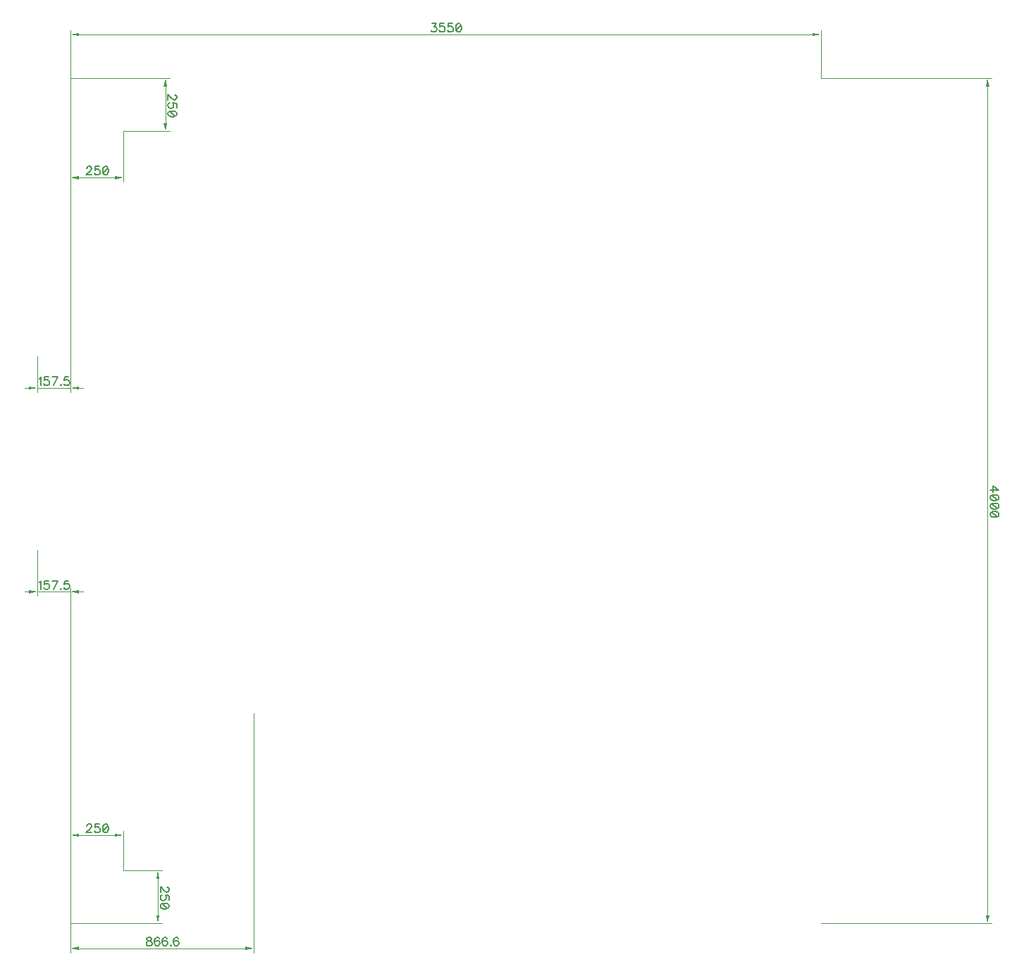
<source format=gbr>
G04 DipTrace 2.4.0.1*
%INTopDimension.gbr*%
%MOIN*%
%ADD13C,0.0014*%
%ADD254C,0.0062*%
%FSLAX44Y44*%
G04*
G70*
G90*
G75*
G01*
%LNTopDimension*%
%LPD*%
X0Y40000D2*
D13*
Y42277D1*
X35500Y40000D2*
Y42277D1*
X17750Y42080D2*
X394D1*
G36*
X0D2*
X394Y42159D1*
Y42001D1*
X0Y42080D1*
G37*
X17750D2*
D13*
X35106D1*
G36*
X35500D2*
X35106Y42001D1*
Y42159D1*
X35500Y42080D1*
G37*
Y40000D2*
D13*
X43587D1*
X35500Y0D2*
X43587D1*
X43390Y20000D2*
Y39606D1*
G36*
Y40000D2*
X43469Y39606D1*
X43311D1*
X43390Y40000D1*
G37*
Y20000D2*
D13*
Y394D1*
G36*
Y0D2*
X43311Y394D1*
X43469D1*
X43390Y0D1*
G37*
X-1575Y26850D2*
D13*
Y25153D1*
X0Y40000D2*
Y25153D1*
X-1575Y25350D2*
X0D1*
X-2166D2*
X-1969D1*
G36*
X-1575D2*
X-1969Y25271D1*
Y25429D1*
X-1575Y25350D1*
G37*
X591D2*
D13*
X394D1*
G36*
X0D2*
X394Y25429D1*
Y25271D1*
X0Y25350D1*
G37*
X-1575Y17680D2*
D13*
Y15503D1*
X0Y0D2*
Y15897D1*
X-1575Y15700D2*
X0D1*
X-2165D2*
X-1969D1*
G36*
X-1575D2*
X-1969Y15621D1*
Y15779D1*
X-1575Y15700D1*
G37*
X591D2*
D13*
X394D1*
G36*
X0D2*
X394Y15779D1*
Y15621D1*
X0Y15700D1*
G37*
Y0D2*
D13*
Y4377D1*
X2500Y2500D2*
Y4377D1*
X1250Y4180D2*
X394D1*
G36*
X0D2*
X394Y4259D1*
Y4101D1*
X0Y4180D1*
G37*
X1250D2*
D13*
X2106D1*
G36*
X2500D2*
X2106Y4101D1*
Y4259D1*
X2500Y4180D1*
G37*
X0Y40000D2*
D13*
Y35113D1*
X2500Y37500D2*
Y35113D1*
X1250Y35310D2*
X394D1*
G36*
X0D2*
X394Y35389D1*
Y35231D1*
X0Y35310D1*
G37*
X1250D2*
D13*
X2106D1*
G36*
X2500D2*
X2106Y35231D1*
Y35389D1*
X2500Y35310D1*
G37*
X0Y40000D2*
D13*
X4697D1*
X2500Y37500D2*
X4697D1*
X4500Y38750D2*
Y39606D1*
G36*
Y40000D2*
X4579Y39606D1*
X4421D1*
X4500Y40000D1*
G37*
Y38750D2*
D13*
Y37894D1*
G36*
Y37500D2*
X4421Y37894D1*
X4579D1*
X4500Y37500D1*
G37*
X0Y0D2*
D13*
X4337D1*
X2500Y2500D2*
X4337D1*
X4140Y1250D2*
Y394D1*
G36*
Y0D2*
X4061Y394D1*
X4219D1*
X4140Y0D1*
G37*
Y1250D2*
D13*
Y2106D1*
G36*
Y2500D2*
X4219Y2106D1*
X4061D1*
X4140Y2500D1*
G37*
X0Y0D2*
D13*
Y-1377D1*
X8666Y9955D2*
Y-1377D1*
X4333Y-1180D2*
X394D1*
G36*
X0D2*
X394Y-1101D1*
Y-1259D1*
X0Y-1180D1*
G37*
X4333D2*
D13*
X8272D1*
G36*
X8666D2*
X8272Y-1259D1*
Y-1101D1*
X8666Y-1180D1*
G37*
X17098Y42604D2*
D254*
X17308D1*
X17194Y42451D1*
X17251D1*
X17289Y42432D1*
X17308Y42413D1*
X17328Y42355D1*
Y42317D1*
X17308Y42260D1*
X17270Y42221D1*
X17213Y42202D1*
X17155D1*
X17098Y42221D1*
X17079Y42241D1*
X17060Y42279D1*
X17681Y42604D2*
X17490D1*
X17471Y42432D1*
X17490Y42451D1*
X17547Y42470D1*
X17604D1*
X17662Y42451D1*
X17700Y42413D1*
X17719Y42355D1*
Y42317D1*
X17700Y42260D1*
X17662Y42221D1*
X17604Y42202D1*
X17547D1*
X17490Y42221D1*
X17471Y42241D1*
X17451Y42279D1*
X18072Y42604D2*
X17881D1*
X17862Y42432D1*
X17881Y42451D1*
X17939Y42470D1*
X17996D1*
X18053Y42451D1*
X18092Y42413D1*
X18111Y42355D1*
Y42317D1*
X18092Y42260D1*
X18053Y42221D1*
X17996Y42202D1*
X17939D1*
X17881Y42221D1*
X17862Y42241D1*
X17843Y42279D1*
X18349Y42604D2*
X18292Y42585D1*
X18253Y42527D1*
X18234Y42432D1*
Y42374D1*
X18253Y42279D1*
X18292Y42221D1*
X18349Y42202D1*
X18387D1*
X18445Y42221D1*
X18483Y42279D1*
X18502Y42374D1*
Y42432D1*
X18483Y42527D1*
X18445Y42585D1*
X18387Y42604D1*
X18349D1*
X18483Y42527D2*
X18253Y42279D1*
X43512Y20508D2*
X43914D1*
X43646Y20700D1*
Y20413D1*
X43914Y20174D2*
X43895Y20232D1*
X43837Y20270D1*
X43742Y20289D1*
X43684D1*
X43589Y20270D1*
X43531Y20232D1*
X43512Y20174D1*
Y20136D1*
X43531Y20079D1*
X43589Y20041D1*
X43684Y20021D1*
X43742D1*
X43837Y20041D1*
X43895Y20079D1*
X43914Y20136D1*
Y20174D1*
X43837Y20041D2*
X43589Y20270D1*
X43914Y19783D2*
X43895Y19840D1*
X43837Y19879D1*
X43742Y19898D1*
X43684D1*
X43589Y19879D1*
X43531Y19840D1*
X43512Y19783D1*
Y19745D1*
X43531Y19687D1*
X43589Y19649D1*
X43684Y19630D1*
X43742D1*
X43837Y19649D1*
X43895Y19687D1*
X43914Y19745D1*
Y19783D1*
X43837Y19649D2*
X43589Y19879D1*
X43914Y19391D2*
X43895Y19449D1*
X43837Y19487D1*
X43742Y19506D1*
X43684D1*
X43589Y19487D1*
X43531Y19449D1*
X43512Y19391D1*
Y19353D1*
X43531Y19296D1*
X43589Y19258D1*
X43684Y19238D1*
X43742D1*
X43837Y19258D1*
X43895Y19296D1*
X43914Y19353D1*
Y19391D1*
X43837Y19258D2*
X43589Y19487D1*
X-1473Y25797D2*
X-1434Y25817D1*
X-1377Y25874D1*
Y25472D1*
X-1024Y25874D2*
X-1215D1*
X-1234Y25702D1*
X-1215Y25721D1*
X-1157Y25740D1*
X-1100D1*
X-1043Y25721D1*
X-1004Y25683D1*
X-985Y25625D1*
Y25587D1*
X-1004Y25530D1*
X-1043Y25491D1*
X-1100Y25472D1*
X-1157D1*
X-1215Y25491D1*
X-1234Y25511D1*
X-1253Y25549D1*
X-785Y25472D2*
X-594Y25874D1*
X-862D1*
X-451Y25511D2*
X-470Y25491D1*
X-451Y25472D1*
X-432Y25491D1*
X-451Y25511D1*
X-79Y25874D2*
X-270D1*
X-289Y25702D1*
X-270Y25721D1*
X-212Y25740D1*
X-155D1*
X-98Y25721D1*
X-59Y25683D1*
X-40Y25625D1*
Y25587D1*
X-59Y25530D1*
X-98Y25491D1*
X-155Y25472D1*
X-212D1*
X-270Y25491D1*
X-289Y25511D1*
X-308Y25549D1*
X-1473Y16147D2*
X-1434Y16167D1*
X-1377Y16224D1*
Y15822D1*
X-1024Y16224D2*
X-1215D1*
X-1234Y16052D1*
X-1215Y16071D1*
X-1157Y16090D1*
X-1100D1*
X-1043Y16071D1*
X-1004Y16033D1*
X-985Y15975D1*
Y15937D1*
X-1004Y15880D1*
X-1043Y15841D1*
X-1100Y15822D1*
X-1157D1*
X-1215Y15841D1*
X-1234Y15861D1*
X-1253Y15899D1*
X-785Y15822D2*
X-594Y16224D1*
X-862D1*
X-451Y15861D2*
X-470Y15841D1*
X-451Y15822D1*
X-432Y15841D1*
X-451Y15861D1*
X-79Y16224D2*
X-270D1*
X-289Y16052D1*
X-270Y16071D1*
X-212Y16090D1*
X-155D1*
X-98Y16071D1*
X-59Y16033D1*
X-40Y15975D1*
Y15937D1*
X-59Y15880D1*
X-98Y15841D1*
X-155Y15822D1*
X-212D1*
X-270Y15841D1*
X-289Y15861D1*
X-308Y15899D1*
X775Y4608D2*
Y4627D1*
X794Y4666D1*
X813Y4685D1*
X851Y4704D1*
X928D1*
X966Y4685D1*
X985Y4666D1*
X1004Y4627D1*
Y4589D1*
X985Y4551D1*
X947Y4494D1*
X755Y4302D1*
X1023D1*
X1376Y4704D2*
X1185D1*
X1166Y4532D1*
X1185Y4551D1*
X1243Y4570D1*
X1300D1*
X1357Y4551D1*
X1396Y4513D1*
X1415Y4455D1*
Y4417D1*
X1396Y4360D1*
X1357Y4321D1*
X1300Y4302D1*
X1243D1*
X1185Y4321D1*
X1166Y4341D1*
X1147Y4379D1*
X1653Y4704D2*
X1596Y4685D1*
X1557Y4627D1*
X1538Y4532D1*
Y4474D1*
X1557Y4379D1*
X1596Y4321D1*
X1653Y4302D1*
X1691D1*
X1749Y4321D1*
X1787Y4379D1*
X1806Y4474D1*
Y4532D1*
X1787Y4627D1*
X1749Y4685D1*
X1691Y4704D1*
X1653D1*
X1787Y4627D2*
X1557Y4379D1*
X775Y35738D2*
Y35757D1*
X794Y35796D1*
X813Y35815D1*
X851Y35834D1*
X928D1*
X966Y35815D1*
X985Y35796D1*
X1004Y35757D1*
Y35719D1*
X985Y35681D1*
X947Y35624D1*
X755Y35432D1*
X1023D1*
X1376Y35834D2*
X1185D1*
X1166Y35662D1*
X1185Y35681D1*
X1243Y35700D1*
X1300D1*
X1357Y35681D1*
X1396Y35643D1*
X1415Y35585D1*
Y35547D1*
X1396Y35490D1*
X1357Y35451D1*
X1300Y35432D1*
X1243D1*
X1185Y35451D1*
X1166Y35471D1*
X1147Y35509D1*
X1653Y35834D2*
X1596Y35815D1*
X1557Y35757D1*
X1538Y35662D1*
Y35604D1*
X1557Y35509D1*
X1596Y35451D1*
X1653Y35432D1*
X1691D1*
X1749Y35451D1*
X1787Y35509D1*
X1806Y35604D1*
Y35662D1*
X1787Y35757D1*
X1749Y35815D1*
X1691Y35834D1*
X1653D1*
X1787Y35757D2*
X1557Y35509D1*
X4928Y39225D2*
X4947D1*
X4986Y39206D1*
X5005Y39187D1*
X5024Y39149D1*
Y39072D1*
X5005Y39034D1*
X4986Y39015D1*
X4947Y38996D1*
X4909D1*
X4871Y39015D1*
X4814Y39053D1*
X4622Y39245D1*
Y38977D1*
X5024Y38624D2*
Y38815D1*
X4852Y38834D1*
X4871Y38815D1*
X4890Y38757D1*
Y38700D1*
X4871Y38643D1*
X4833Y38604D1*
X4775Y38585D1*
X4737D1*
X4680Y38604D1*
X4641Y38643D1*
X4622Y38700D1*
Y38757D1*
X4641Y38815D1*
X4661Y38834D1*
X4699Y38853D1*
X5024Y38347D2*
X5005Y38404D1*
X4947Y38443D1*
X4852Y38462D1*
X4794D1*
X4699Y38443D1*
X4641Y38404D1*
X4622Y38347D1*
Y38309D1*
X4641Y38251D1*
X4699Y38213D1*
X4794Y38194D1*
X4852D1*
X4947Y38213D1*
X5005Y38251D1*
X5024Y38309D1*
Y38347D1*
X4947Y38213D2*
X4699Y38443D1*
X4568Y1725D2*
X4587D1*
X4626Y1706D1*
X4645Y1687D1*
X4664Y1649D1*
Y1572D1*
X4645Y1534D1*
X4626Y1515D1*
X4587Y1496D1*
X4549D1*
X4511Y1515D1*
X4454Y1553D1*
X4262Y1745D1*
Y1477D1*
X4664Y1124D2*
Y1315D1*
X4492Y1334D1*
X4511Y1315D1*
X4530Y1257D1*
Y1200D1*
X4511Y1143D1*
X4473Y1104D1*
X4415Y1085D1*
X4377D1*
X4320Y1104D1*
X4281Y1143D1*
X4262Y1200D1*
Y1257D1*
X4281Y1315D1*
X4301Y1334D1*
X4339Y1353D1*
X4664Y847D2*
X4645Y904D1*
X4587Y943D1*
X4492Y962D1*
X4434D1*
X4339Y943D1*
X4281Y904D1*
X4262Y847D1*
Y809D1*
X4281Y751D1*
X4339Y713D1*
X4434Y694D1*
X4492D1*
X4587Y713D1*
X4645Y751D1*
X4664Y809D1*
Y847D1*
X4587Y713D2*
X4339Y943D1*
X3687Y-656D2*
X3630Y-675D1*
X3610Y-713D1*
Y-752D1*
X3630Y-790D1*
X3668Y-809D1*
X3744Y-828D1*
X3802Y-847D1*
X3840Y-886D1*
X3859Y-924D1*
Y-981D1*
X3840Y-1019D1*
X3821Y-1039D1*
X3763Y-1058D1*
X3687D1*
X3630Y-1039D1*
X3610Y-1019D1*
X3591Y-981D1*
Y-924D1*
X3610Y-886D1*
X3649Y-847D1*
X3706Y-828D1*
X3782Y-809D1*
X3821Y-790D1*
X3840Y-752D1*
Y-713D1*
X3821Y-675D1*
X3763Y-656D1*
X3687D1*
X4212Y-713D2*
X4193Y-675D1*
X4135Y-656D1*
X4097D1*
X4040Y-675D1*
X4001Y-733D1*
X3982Y-828D1*
Y-924D1*
X4001Y-1000D1*
X4040Y-1039D1*
X4097Y-1058D1*
X4116D1*
X4173Y-1039D1*
X4212Y-1000D1*
X4231Y-943D1*
Y-924D1*
X4212Y-866D1*
X4173Y-828D1*
X4116Y-809D1*
X4097D1*
X4040Y-828D1*
X4001Y-866D1*
X3982Y-924D1*
X4584Y-713D2*
X4565Y-675D1*
X4507Y-656D1*
X4469D1*
X4412Y-675D1*
X4373Y-733D1*
X4354Y-828D1*
Y-924D1*
X4373Y-1000D1*
X4412Y-1039D1*
X4469Y-1058D1*
X4488D1*
X4545Y-1039D1*
X4584Y-1000D1*
X4603Y-943D1*
Y-924D1*
X4584Y-866D1*
X4545Y-828D1*
X4488Y-809D1*
X4469D1*
X4412Y-828D1*
X4373Y-866D1*
X4354Y-924D1*
X4745Y-1019D2*
X4726Y-1039D1*
X4745Y-1058D1*
X4765Y-1039D1*
X4745Y-1019D1*
X5118Y-713D2*
X5099Y-675D1*
X5041Y-656D1*
X5003D1*
X4946Y-675D1*
X4907Y-733D1*
X4888Y-828D1*
Y-924D1*
X4907Y-1000D1*
X4946Y-1039D1*
X5003Y-1058D1*
X5022D1*
X5079Y-1039D1*
X5118Y-1000D1*
X5137Y-943D1*
Y-924D1*
X5118Y-866D1*
X5079Y-828D1*
X5022Y-809D1*
X5003D1*
X4946Y-828D1*
X4907Y-866D1*
X4888Y-924D1*
M02*

</source>
